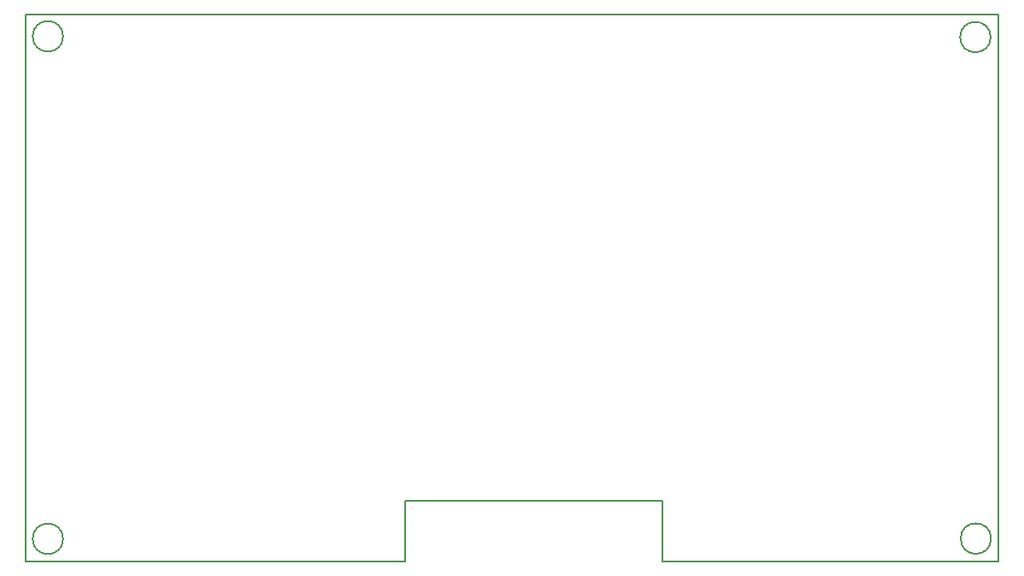
<source format=gbr>
G04 #@! TF.GenerationSoftware,KiCad,Pcbnew,(5.1.6-0-10_14)*
G04 #@! TF.CreationDate,2020-07-17T21:00:32+10:00*
G04 #@! TF.ProjectId,pcb-v2,7063622d-7632-42e6-9b69-6361645f7063,rev?*
G04 #@! TF.SameCoordinates,Original*
G04 #@! TF.FileFunction,Profile,NP*
%FSLAX46Y46*%
G04 Gerber Fmt 4.6, Leading zero omitted, Abs format (unit mm)*
G04 Created by KiCad (PCBNEW (5.1.6-0-10_14)) date 2020-07-17 21:00:32*
%MOMM*%
%LPD*%
G01*
G04 APERTURE LIST*
G04 #@! TA.AperFunction,Profile*
%ADD10C,0.200000*%
G04 #@! TD*
G04 APERTURE END LIST*
D10*
X89400000Y-127100000D02*
X89400000Y-121100000D01*
X114900000Y-127100000D02*
X114900000Y-121100000D01*
X89400000Y-121100000D02*
X114900000Y-121100000D01*
X51800000Y-127101600D02*
X89400000Y-127101600D01*
X114900000Y-127100000D02*
X148200000Y-127100000D01*
X147407600Y-75172600D02*
G75*
G03*
X147407600Y-75172600I-1510000J0D01*
G01*
X55535800Y-75096400D02*
G75*
G03*
X55535800Y-75096400I-1510000J0D01*
G01*
X55535800Y-124880400D02*
G75*
G03*
X55535800Y-124880400I-1510000J0D01*
G01*
X147458400Y-124855000D02*
G75*
G03*
X147458400Y-124855000I-1510000J0D01*
G01*
X51800000Y-72900000D02*
X51800000Y-127100000D01*
X148200000Y-72900000D02*
X148200000Y-127100000D01*
X51800000Y-72900000D02*
X148200000Y-72900000D01*
M02*

</source>
